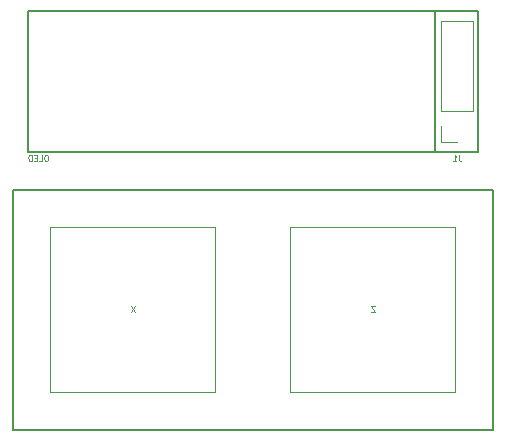
<source format=gbr>
%TF.GenerationSoftware,KiCad,Pcbnew,7.0.1*%
%TF.CreationDate,2023-05-12T00:47:34+01:00*%
%TF.ProjectId,MoonPad,4d6f6f6e-5061-4642-9e6b-696361645f70,rev?*%
%TF.SameCoordinates,Original*%
%TF.FileFunction,Legend,Bot*%
%TF.FilePolarity,Positive*%
%FSLAX46Y46*%
G04 Gerber Fmt 4.6, Leading zero omitted, Abs format (unit mm)*
G04 Created by KiCad (PCBNEW 7.0.1) date 2023-05-12 00:47:34*
%MOMM*%
%LPD*%
G01*
G04 APERTURE LIST*
%ADD10C,0.150000*%
%ADD11C,0.125000*%
%ADD12C,0.120000*%
G04 APERTURE END LIST*
D10*
X157480000Y-95250000D02*
X198120000Y-95250000D01*
X198120000Y-115570000D01*
X157480000Y-115570000D01*
X157480000Y-95250000D01*
D11*
%TO.C,X*%
X167806666Y-105141309D02*
X167473333Y-105641309D01*
X167473333Y-105141309D02*
X167806666Y-105641309D01*
%TO.C,Z*%
X188126666Y-105141309D02*
X187793333Y-105141309D01*
X187793333Y-105141309D02*
X188126666Y-105641309D01*
X188126666Y-105641309D02*
X187793333Y-105641309D01*
%TO.C,OLED*%
X160346190Y-92310309D02*
X160250952Y-92310309D01*
X160250952Y-92310309D02*
X160203333Y-92334119D01*
X160203333Y-92334119D02*
X160155714Y-92381738D01*
X160155714Y-92381738D02*
X160131904Y-92476976D01*
X160131904Y-92476976D02*
X160131904Y-92643642D01*
X160131904Y-92643642D02*
X160155714Y-92738880D01*
X160155714Y-92738880D02*
X160203333Y-92786500D01*
X160203333Y-92786500D02*
X160250952Y-92810309D01*
X160250952Y-92810309D02*
X160346190Y-92810309D01*
X160346190Y-92810309D02*
X160393809Y-92786500D01*
X160393809Y-92786500D02*
X160441428Y-92738880D01*
X160441428Y-92738880D02*
X160465237Y-92643642D01*
X160465237Y-92643642D02*
X160465237Y-92476976D01*
X160465237Y-92476976D02*
X160441428Y-92381738D01*
X160441428Y-92381738D02*
X160393809Y-92334119D01*
X160393809Y-92334119D02*
X160346190Y-92310309D01*
X159679523Y-92810309D02*
X159917618Y-92810309D01*
X159917618Y-92810309D02*
X159917618Y-92310309D01*
X159512856Y-92548404D02*
X159346189Y-92548404D01*
X159274761Y-92810309D02*
X159512856Y-92810309D01*
X159512856Y-92810309D02*
X159512856Y-92310309D01*
X159512856Y-92310309D02*
X159274761Y-92310309D01*
X159060475Y-92810309D02*
X159060475Y-92310309D01*
X159060475Y-92310309D02*
X158941427Y-92310309D01*
X158941427Y-92310309D02*
X158869999Y-92334119D01*
X158869999Y-92334119D02*
X158822380Y-92381738D01*
X158822380Y-92381738D02*
X158798570Y-92429357D01*
X158798570Y-92429357D02*
X158774761Y-92524595D01*
X158774761Y-92524595D02*
X158774761Y-92596023D01*
X158774761Y-92596023D02*
X158798570Y-92691261D01*
X158798570Y-92691261D02*
X158822380Y-92738880D01*
X158822380Y-92738880D02*
X158869999Y-92786500D01*
X158869999Y-92786500D02*
X158941427Y-92810309D01*
X158941427Y-92810309D02*
X159060475Y-92810309D01*
%TO.C,J1*%
X195238666Y-92314309D02*
X195238666Y-92671452D01*
X195238666Y-92671452D02*
X195262475Y-92742880D01*
X195262475Y-92742880D02*
X195310094Y-92790500D01*
X195310094Y-92790500D02*
X195381523Y-92814309D01*
X195381523Y-92814309D02*
X195429142Y-92814309D01*
X194738666Y-92814309D02*
X195024380Y-92814309D01*
X194881523Y-92814309D02*
X194881523Y-92314309D01*
X194881523Y-92314309D02*
X194929142Y-92385738D01*
X194929142Y-92385738D02*
X194976761Y-92433357D01*
X194976761Y-92433357D02*
X195024380Y-92457166D01*
D12*
%TO.C,X*%
X174625000Y-112395000D02*
X174625000Y-98425000D01*
X174625000Y-98425000D02*
X160655000Y-98425000D01*
X160655000Y-112395000D02*
X174625000Y-112395000D01*
X160655000Y-98425000D02*
X160655000Y-112395000D01*
%TO.C,Z*%
X194945000Y-112395000D02*
X194945000Y-98425000D01*
X194945000Y-98425000D02*
X180975000Y-98425000D01*
X180975000Y-112395000D02*
X194945000Y-112395000D01*
X180975000Y-98425000D02*
X180975000Y-112395000D01*
D10*
%TO.C,OLED*%
X158750000Y-80137000D02*
X196850000Y-80137000D01*
X158750000Y-92075000D02*
X158750000Y-80137000D01*
X193250000Y-80137000D02*
X193250000Y-92075000D01*
X196850000Y-92075000D02*
X158750000Y-92075000D01*
X196850000Y-92075000D02*
X196850000Y-80137000D01*
D12*
%TO.C,J1*%
X193742000Y-80956000D02*
X196402000Y-80956000D01*
X193742000Y-88636000D02*
X193742000Y-80956000D01*
X193742000Y-88636000D02*
X196402000Y-88636000D01*
X193742000Y-89906000D02*
X193742000Y-91236000D01*
X193742000Y-91236000D02*
X195072000Y-91236000D01*
X196402000Y-88636000D02*
X196402000Y-80956000D01*
%TD*%
M02*

</source>
